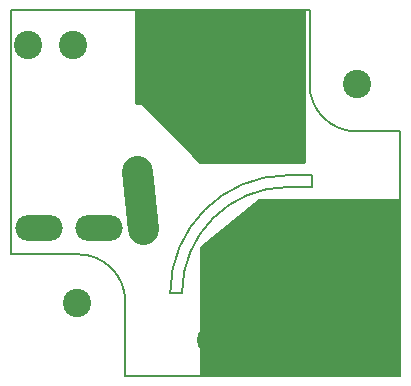
<source format=gbr>
G04 #@! TF.FileFunction,Soldermask,Bot*
%FSLAX46Y46*%
G04 Gerber Fmt 4.6, Leading zero omitted, Abs format (unit mm)*
G04 Created by KiCad (PCBNEW 4.0.7) date 10/05/18 10:38:53*
%MOMM*%
%LPD*%
G01*
G04 APERTURE LIST*
%ADD10C,0.100000*%
%ADD11C,0.150000*%
%ADD12C,2.398980*%
%ADD13C,2.400000*%
%ADD14O,4.000000X2.200000*%
%ADD15C,3.000000*%
%ADD16C,2.600000*%
%ADD17C,0.254000*%
G04 APERTURE END LIST*
D10*
X129600000Y-117800000D02*
X134000000Y-114350000D01*
X134004135Y-114354512D02*
G75*
G03X132950000Y-113100000I-554135J604512D01*
G01*
X128642620Y-116440405D02*
X132950000Y-113100000D01*
X128642620Y-116440405D02*
G75*
G03X129600000Y-117800000I507380J-659595D01*
G01*
X130908677Y-105407543D02*
G75*
G03X131152655Y-103800000I141323J800837D01*
G01*
X121950000Y-113400000D02*
X121525000Y-108550000D01*
X119950000Y-108750000D02*
X120350000Y-113500000D01*
X121524622Y-108550098D02*
G75*
G03X119950000Y-108750000I-774622J-199902D01*
G01*
X120350992Y-113513920D02*
G75*
G03X121950000Y-113400000I799008J63920D01*
G01*
X125550000Y-104550000D02*
X130900000Y-105400000D01*
X125800000Y-102950000D02*
X131150000Y-103800000D01*
X125815108Y-102944239D02*
G75*
G03X125550000Y-104550000I-115108J-805761D01*
G01*
D11*
X135500000Y-110000000D02*
X133500000Y-110000000D01*
X135500000Y-109000000D02*
X135500000Y-110000000D01*
X133500000Y-109000000D02*
X135500000Y-109000000D01*
X123500000Y-119000000D02*
X124500000Y-119000000D01*
X133500000Y-109000000D02*
G75*
G03X123500000Y-119000000I0J-10000000D01*
G01*
X133500000Y-110000000D02*
G75*
G03X124500000Y-119000000I0J-9000000D01*
G01*
X139300000Y-105300000D02*
X143000000Y-105300000D01*
X135300000Y-101300000D02*
X135300000Y-95000000D01*
X115700000Y-115700000D02*
X110000000Y-115700000D01*
X119700000Y-119700000D02*
X119700000Y-126000000D01*
X119700000Y-119700000D02*
G75*
G03X115700000Y-115700000I-4000000J0D01*
G01*
X135300000Y-101300000D02*
G75*
G03X139300000Y-105300000I4000000J0D01*
G01*
X143000000Y-126000000D02*
X119700000Y-126000000D01*
X143000000Y-105300000D02*
X143000000Y-126000000D01*
X110000000Y-95000000D02*
X135300000Y-95000000D01*
X110000000Y-115700000D02*
X110000000Y-95000000D01*
D12*
X139300000Y-101300000D03*
X115600000Y-119800000D03*
X133500000Y-106500000D03*
X127000000Y-123000000D03*
X123000000Y-103000000D03*
X123000000Y-100000000D03*
X131000000Y-97000000D03*
X127000000Y-97000000D03*
X123000000Y-97000000D03*
X139000000Y-123000000D03*
X135000000Y-123000000D03*
X131000000Y-123000000D03*
X129000000Y-120000000D03*
X141000000Y-120000000D03*
X139000000Y-117000000D03*
X135000000Y-117000000D03*
X141000000Y-114000000D03*
D13*
X111490000Y-98000000D03*
X115300000Y-98000000D03*
D12*
X137000000Y-114000000D03*
D14*
X132420000Y-120000000D03*
X137500000Y-120000000D03*
X117500000Y-113500000D03*
X112420000Y-113500000D03*
X127420000Y-100000000D03*
X132500000Y-100000000D03*
D15*
X125490517Y-103718950D02*
X131219109Y-104626270D01*
X129032310Y-117221786D02*
X133602772Y-113650950D01*
D16*
X120732111Y-108609513D02*
X121167889Y-113590487D01*
D17*
G36*
X142873000Y-125873000D02*
X126127000Y-125873000D01*
X126127000Y-115061039D01*
X131044549Y-111127000D01*
X142873000Y-111127000D01*
X142873000Y-125873000D01*
X142873000Y-125873000D01*
G37*
X142873000Y-125873000D02*
X126127000Y-125873000D01*
X126127000Y-115061039D01*
X131044549Y-111127000D01*
X142873000Y-111127000D01*
X142873000Y-125873000D01*
G36*
X134873000Y-107873000D02*
X126052606Y-107873000D01*
X121089803Y-102910197D01*
X121047789Y-102882334D01*
X121000000Y-102873000D01*
X120627000Y-102873000D01*
X120627000Y-95127000D01*
X134873000Y-95127000D01*
X134873000Y-107873000D01*
X134873000Y-107873000D01*
G37*
X134873000Y-107873000D02*
X126052606Y-107873000D01*
X121089803Y-102910197D01*
X121047789Y-102882334D01*
X121000000Y-102873000D01*
X120627000Y-102873000D01*
X120627000Y-95127000D01*
X134873000Y-95127000D01*
X134873000Y-107873000D01*
M02*

</source>
